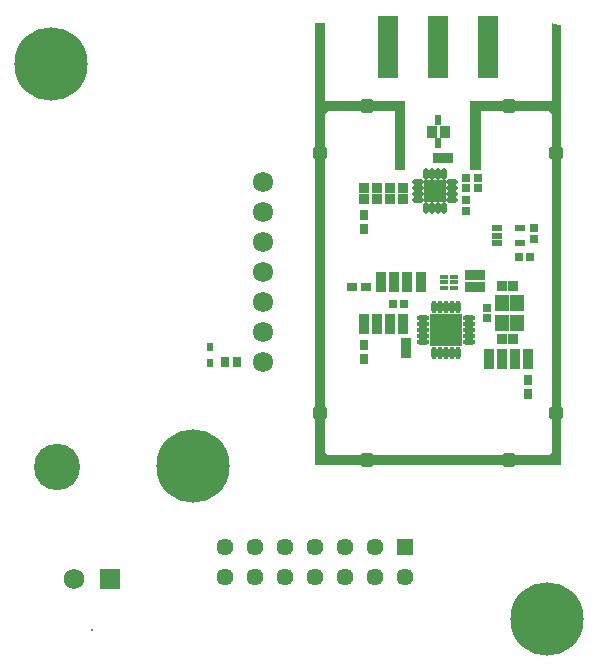
<source format=gts>
G04*
G04 #@! TF.GenerationSoftware,Altium Limited,Altium Designer,22.1.2 (22)*
G04*
G04 Layer_Color=8388736*
%FSLAX25Y25*%
%MOIN*%
G70*
G04*
G04 #@! TF.SameCoordinates,5B492A3F-CB9A-4010-B6E6-7C5E2EA9E8FC*
G04*
G04*
G04 #@! TF.FilePolarity,Negative*
G04*
G01*
G75*
%ADD16R,0.06784X0.20800*%
%ADD17R,0.03556X0.03950*%
%ADD18R,0.01981X0.03359*%
%ADD19R,0.11036X0.11036*%
%ADD20R,0.03162X0.03556*%
%ADD21R,0.02375X0.02690*%
%ADD22O,0.04343X0.01784*%
%ADD23O,0.01784X0.04343*%
%ADD24R,0.03477X0.03320*%
%ADD25R,0.03320X0.03477*%
%ADD26R,0.03162X0.03458*%
G04:AMPARAMS|DCode=27|XSize=47.37mil|YSize=39.5mil|CornerRadius=6.36mil|HoleSize=0mil|Usage=FLASHONLY|Rotation=0.000|XOffset=0mil|YOffset=0mil|HoleType=Round|Shape=RoundedRectangle|*
%AMROUNDEDRECTD27*
21,1,0.04737,0.02677,0,0,0.0*
21,1,0.03465,0.03950,0,0,0.0*
1,1,0.01272,0.01732,-0.01339*
1,1,0.01272,-0.01732,-0.01339*
1,1,0.01272,-0.01732,0.01339*
1,1,0.01272,0.01732,0.01339*
%
%ADD27ROUNDEDRECTD27*%
G04:AMPARAMS|DCode=28|XSize=47.37mil|YSize=39.5mil|CornerRadius=6.36mil|HoleSize=0mil|Usage=FLASHONLY|Rotation=270.000|XOffset=0mil|YOffset=0mil|HoleType=Round|Shape=RoundedRectangle|*
%AMROUNDEDRECTD28*
21,1,0.04737,0.02677,0,0,270.0*
21,1,0.03465,0.03950,0,0,270.0*
1,1,0.01272,-0.01339,-0.01732*
1,1,0.01272,-0.01339,0.01732*
1,1,0.01272,0.01339,0.01732*
1,1,0.01272,0.01339,-0.01732*
%
%ADD28ROUNDEDRECTD28*%
%ADD29R,0.02769X0.02769*%
%ADD30R,0.02769X0.02769*%
%ADD31R,0.02965X0.02965*%
%ADD32O,0.01784X0.03950*%
%ADD33O,0.03950X0.01784*%
%ADD34R,0.07493X0.07493*%
%ADD35R,0.03458X0.03162*%
%ADD36R,0.02965X0.03162*%
%ADD37R,0.03536X0.02454*%
%ADD38R,0.02965X0.01784*%
%ADD39R,0.02965X0.02965*%
%ADD40R,0.04737X0.05524*%
%ADD41C,0.15449*%
%ADD42C,0.06784*%
%ADD43C,0.05682*%
%ADD44R,0.05682X0.05682*%
%ADD45C,0.24422*%
%ADD46C,0.00800*%
%ADD47C,0.06824*%
%ADD48R,0.06824X0.06824*%
G36*
X107087Y188484D02*
X133760D01*
Y185335D01*
Y165650D01*
X130315D01*
Y185335D01*
X108110D01*
X107087Y184311D01*
Y181004D01*
Y74705D01*
Y71398D01*
X108110Y70374D01*
X164469D01*
Y70397D01*
X181677D01*
X182677Y71398D01*
Y181004D01*
Y184311D01*
D01*
X181653Y185335D01*
X159055D01*
Y165650D01*
X155610D01*
Y185335D01*
Y188484D01*
Y188509D01*
X159055D01*
Y188484D01*
X182677D01*
Y214440D01*
X183789Y214293D01*
X185529Y213827D01*
X185827Y213704D01*
X185827Y188484D01*
X185827D01*
Y185335D01*
Y181004D01*
Y67224D01*
X178347D01*
Y67247D01*
X164469D01*
Y67224D01*
X103937D01*
Y181004D01*
Y185335D01*
Y188484D01*
Y214528D01*
X107087D01*
X107087Y188484D01*
D02*
G37*
D16*
X161575Y206594D02*
D03*
X144882D02*
D03*
X128189D02*
D03*
D17*
X142717Y178347D02*
D03*
X147047D02*
D03*
D18*
X144882Y174606D02*
D03*
Y182087D02*
D03*
D19*
X147441Y112106D02*
D03*
D20*
X73819Y101378D02*
D03*
X77756D02*
D03*
D21*
X68799Y106535D02*
D03*
Y101339D02*
D03*
D22*
X139764Y108169D02*
D03*
Y110138D02*
D03*
Y112106D02*
D03*
Y114075D02*
D03*
Y116043D02*
D03*
X155118D02*
D03*
Y114075D02*
D03*
Y112106D02*
D03*
Y110138D02*
D03*
Y108169D02*
D03*
D23*
X143504Y119783D02*
D03*
X145473D02*
D03*
X147441D02*
D03*
X149409D02*
D03*
X151378D02*
D03*
Y104429D02*
D03*
X149409D02*
D03*
X147441D02*
D03*
X145473D02*
D03*
X143504D02*
D03*
D24*
X155453Y126378D02*
D03*
X158917D02*
D03*
X155453Y130610D02*
D03*
X158917D02*
D03*
X148287Y169488D02*
D03*
X144823D02*
D03*
X166181Y109055D02*
D03*
X169646D02*
D03*
Y126772D02*
D03*
X166181D02*
D03*
D25*
X161713Y104193D02*
D03*
Y100728D02*
D03*
X166043Y104193D02*
D03*
Y100728D02*
D03*
X170374Y104193D02*
D03*
Y100728D02*
D03*
X174705D02*
D03*
Y104193D02*
D03*
X132972Y155945D02*
D03*
Y159409D02*
D03*
X128642Y155945D02*
D03*
Y159409D02*
D03*
X124311Y155945D02*
D03*
Y159409D02*
D03*
X119980Y155945D02*
D03*
Y159409D02*
D03*
X125886Y129890D02*
D03*
Y126425D02*
D03*
X120276Y115905D02*
D03*
Y112441D02*
D03*
X128937D02*
D03*
Y115905D02*
D03*
X133268Y112441D02*
D03*
Y115905D02*
D03*
X124606Y112441D02*
D03*
Y115905D02*
D03*
X133957Y107835D02*
D03*
Y104370D02*
D03*
X138976Y126425D02*
D03*
Y129890D02*
D03*
X130217Y126425D02*
D03*
Y129890D02*
D03*
X134547Y126425D02*
D03*
Y129890D02*
D03*
D26*
X174705Y95669D02*
D03*
Y90945D02*
D03*
X120079Y145866D02*
D03*
Y150591D02*
D03*
X120276Y107283D02*
D03*
Y102559D02*
D03*
D27*
X184252Y84547D02*
D03*
Y171161D02*
D03*
X105512D02*
D03*
Y84547D02*
D03*
D28*
X168504Y186909D02*
D03*
Y68799D02*
D03*
X121260D02*
D03*
Y186909D02*
D03*
D29*
X105512Y68799D02*
D03*
X184252Y186909D02*
D03*
D30*
Y68799D02*
D03*
X105512Y186909D02*
D03*
D31*
X158169Y159449D02*
D03*
Y162992D02*
D03*
X154232Y159449D02*
D03*
Y162992D02*
D03*
Y155512D02*
D03*
Y151969D02*
D03*
X176870Y142618D02*
D03*
Y146161D02*
D03*
D32*
X140847Y152854D02*
D03*
X142815D02*
D03*
X144783D02*
D03*
X146752D02*
D03*
Y164272D02*
D03*
X144783D02*
D03*
X142815D02*
D03*
X140847D02*
D03*
D33*
X149508Y155610D02*
D03*
Y157579D02*
D03*
Y159547D02*
D03*
Y161516D02*
D03*
X138091D02*
D03*
Y159547D02*
D03*
Y157579D02*
D03*
Y155610D02*
D03*
D34*
X143799Y158563D02*
D03*
D35*
X120866Y126484D02*
D03*
X116142D02*
D03*
D36*
X161122Y116142D02*
D03*
Y119488D02*
D03*
D37*
X172035Y146161D02*
D03*
Y141043D02*
D03*
X164382D02*
D03*
Y143602D02*
D03*
Y146161D02*
D03*
D38*
X150098Y126083D02*
D03*
X146752D02*
D03*
X150098Y130020D02*
D03*
X146752D02*
D03*
X150098Y128051D02*
D03*
X146752D02*
D03*
D39*
X171949Y136516D02*
D03*
X175492D02*
D03*
X133465Y120768D02*
D03*
X129921D02*
D03*
D40*
X171260Y114567D02*
D03*
Y121260D02*
D03*
X166142D02*
D03*
Y114567D02*
D03*
D41*
X17717Y66457D02*
D03*
D42*
X86614Y121417D02*
D03*
Y131417D02*
D03*
Y141417D02*
D03*
Y101417D02*
D03*
Y111417D02*
D03*
Y151417D02*
D03*
Y161417D02*
D03*
D43*
X73858Y29921D02*
D03*
Y39921D02*
D03*
X83858Y29921D02*
D03*
Y39921D02*
D03*
X93858Y29921D02*
D03*
Y39921D02*
D03*
X103858Y29921D02*
D03*
Y39921D02*
D03*
X113858Y29921D02*
D03*
Y39921D02*
D03*
X123858Y29921D02*
D03*
Y39921D02*
D03*
X133858Y29921D02*
D03*
D44*
Y39921D02*
D03*
D45*
X181102Y15748D02*
D03*
X62992Y66929D02*
D03*
X15748Y200787D02*
D03*
D46*
X29528Y12126D02*
D03*
D47*
X23622Y29134D02*
D03*
D48*
X35433D02*
D03*
M02*

</source>
